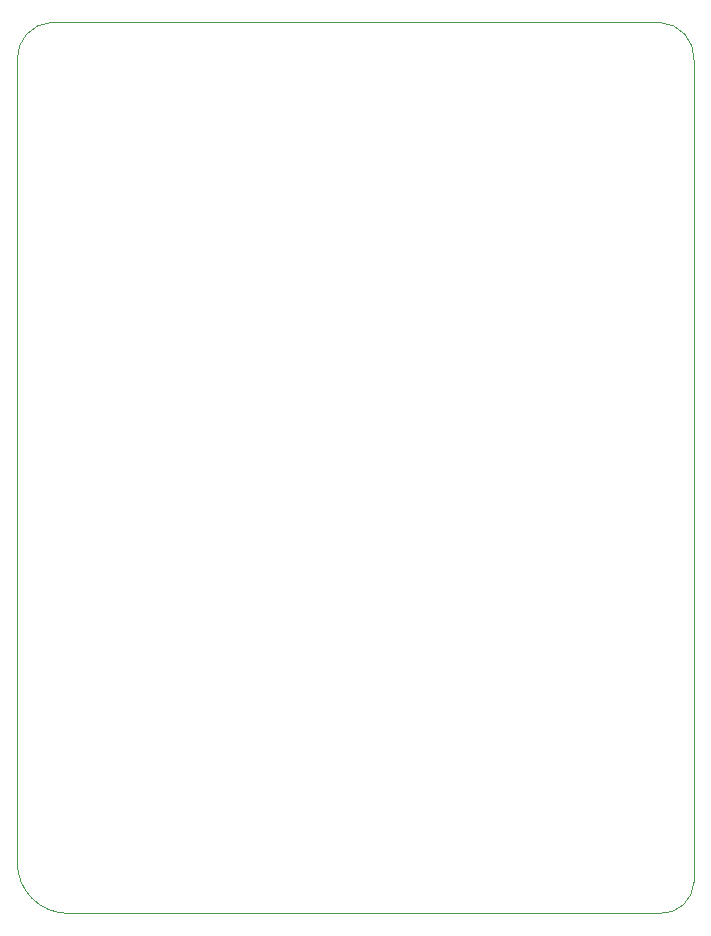
<source format=gbr>
%TF.GenerationSoftware,KiCad,Pcbnew,(6.0.7)*%
%TF.CreationDate,2022-12-02T21:15:14-06:00*%
%TF.ProjectId,BPS-Fan,4250532d-4661-46e2-9e6b-696361645f70,rev?*%
%TF.SameCoordinates,Original*%
%TF.FileFunction,Profile,NP*%
%FSLAX46Y46*%
G04 Gerber Fmt 4.6, Leading zero omitted, Abs format (unit mm)*
G04 Created by KiCad (PCBNEW (6.0.7)) date 2022-12-02 21:15:14*
%MOMM*%
%LPD*%
G01*
G04 APERTURE LIST*
%TA.AperFunction,Profile*%
%ADD10C,0.050000*%
%TD*%
G04 APERTURE END LIST*
D10*
X182900000Y-116140000D02*
G75*
G03*
X185800000Y-113500000I130000J2770000D01*
G01*
X128496790Y-111820610D02*
G75*
G03*
X132796762Y-116145610I4312510J-12490D01*
G01*
X131400000Y-40700000D02*
G75*
G03*
X128500000Y-43900000I150000J-3050000D01*
G01*
X185800000Y-43900000D02*
G75*
G03*
X182900000Y-40700000I-3050000J150000D01*
G01*
X128496762Y-111820610D02*
X128500000Y-43900000D01*
X182900000Y-116140000D02*
X132796762Y-116145610D01*
X185800000Y-43900000D02*
X185800000Y-113500000D01*
X131400000Y-40700000D02*
X182900000Y-40700000D01*
M02*

</source>
